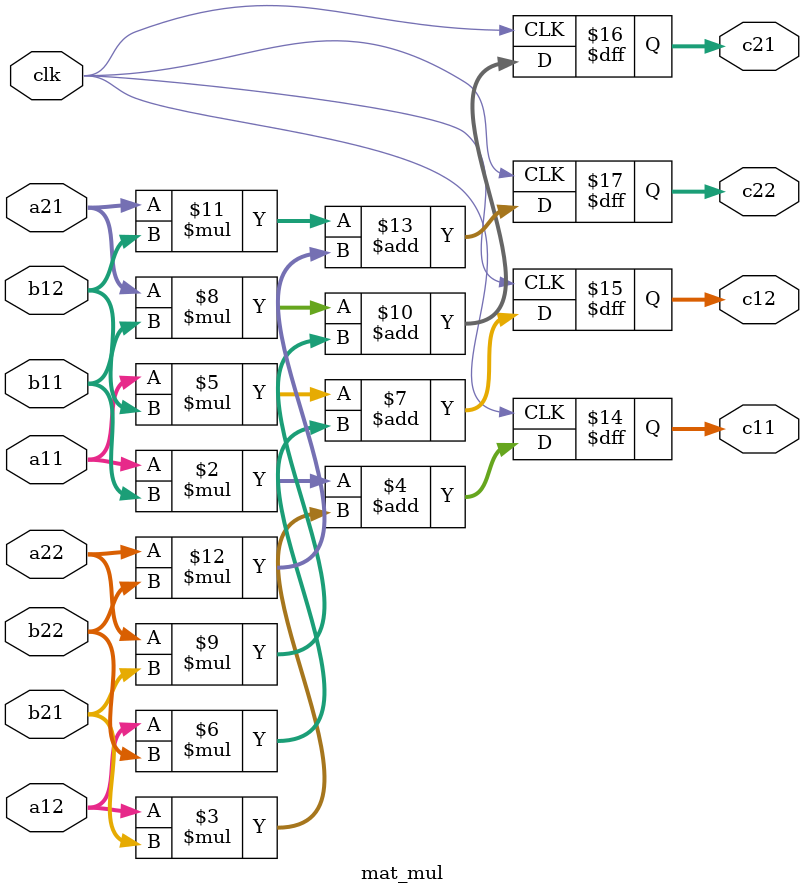
<source format=v>
module mat_mul(
    input [7:0] a11, a12, a21, a22,
    input [7:0] b11, b12, b21, b22,
    input clk,
    /* I know this allows overflow */
    output reg [7:0] c11, c12, c21, c22 
);

always @(posedge clk) begin
    c11 = a11 * b11 + a12 * b21;
    c12 = a11 * b12 + a12 * b22;
    c21 = a21 * b11 + a22 * b21;
    c22 = a21 * b12 + a22 * b22;
end

endmodule
</source>
